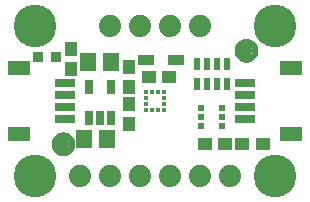
<source format=gbr>
G04 EAGLE Gerber RS-274X export*
G75*
%MOMM*%
%FSLAX34Y34*%
%LPD*%
%INSoldermask Top*%
%IPPOS*%
%AMOC8*
5,1,8,0,0,1.08239X$1,22.5*%
G01*
%ADD10R,1.341600X1.601600*%
%ADD11R,0.651600X1.301600*%
%ADD12R,1.101600X1.176600*%
%ADD13R,0.551600X1.001600*%
%ADD14R,0.601600X0.601600*%
%ADD15R,0.601600X0.501600*%
%ADD16C,3.617600*%
%ADD17R,1.651600X0.701600*%
%ADD18R,1.901600X1.301600*%
%ADD19C,1.101600*%
%ADD20C,0.500000*%
%ADD21R,0.901600X0.901600*%
%ADD22R,1.451600X0.901600*%
%ADD23R,1.176600X1.101600*%
%ADD24C,1.879600*%
%ADD25R,0.351600X0.376600*%
%ADD26R,0.376600X0.351600*%


D10*
X67208Y56896D03*
X86208Y56896D03*
D11*
X71018Y74629D03*
X80518Y74629D03*
X90018Y74629D03*
X90018Y100631D03*
X71018Y100631D03*
D10*
X70510Y121920D03*
X89510Y121920D03*
D12*
X105410Y85970D03*
X105410Y68970D03*
D13*
X188260Y103260D03*
X188260Y120260D03*
X179260Y103260D03*
X171260Y103260D03*
X162260Y103260D03*
X162260Y120260D03*
X179260Y120260D03*
X171260Y120260D03*
D14*
X183752Y67938D03*
D15*
X183752Y75438D03*
D14*
X183752Y82938D03*
X165752Y82938D03*
D15*
X165752Y75438D03*
D14*
X165752Y67938D03*
D16*
X25400Y152400D03*
X228600Y152400D03*
D17*
X203460Y83900D03*
X203460Y93900D03*
X203460Y73900D03*
X203460Y103900D03*
D18*
X242460Y60900D03*
X242460Y116900D03*
D17*
X50540Y93900D03*
X50540Y83900D03*
X50540Y103900D03*
X50540Y73900D03*
D18*
X11540Y116900D03*
X11540Y60900D03*
D19*
X49530Y52070D03*
D20*
X49530Y59570D02*
X49349Y59568D01*
X49168Y59561D01*
X48987Y59550D01*
X48806Y59535D01*
X48626Y59515D01*
X48446Y59491D01*
X48267Y59463D01*
X48089Y59430D01*
X47912Y59393D01*
X47735Y59352D01*
X47560Y59307D01*
X47385Y59257D01*
X47212Y59203D01*
X47041Y59145D01*
X46870Y59083D01*
X46702Y59016D01*
X46535Y58946D01*
X46369Y58872D01*
X46206Y58793D01*
X46045Y58711D01*
X45885Y58625D01*
X45728Y58535D01*
X45573Y58441D01*
X45420Y58344D01*
X45270Y58242D01*
X45122Y58138D01*
X44976Y58029D01*
X44834Y57918D01*
X44694Y57802D01*
X44557Y57684D01*
X44422Y57562D01*
X44291Y57437D01*
X44163Y57309D01*
X44038Y57178D01*
X43916Y57043D01*
X43798Y56906D01*
X43682Y56766D01*
X43571Y56624D01*
X43462Y56478D01*
X43358Y56330D01*
X43256Y56180D01*
X43159Y56027D01*
X43065Y55872D01*
X42975Y55715D01*
X42889Y55555D01*
X42807Y55394D01*
X42728Y55231D01*
X42654Y55065D01*
X42584Y54898D01*
X42517Y54730D01*
X42455Y54559D01*
X42397Y54388D01*
X42343Y54215D01*
X42293Y54040D01*
X42248Y53865D01*
X42207Y53688D01*
X42170Y53511D01*
X42137Y53333D01*
X42109Y53154D01*
X42085Y52974D01*
X42065Y52794D01*
X42050Y52613D01*
X42039Y52432D01*
X42032Y52251D01*
X42030Y52070D01*
X49530Y59570D02*
X49711Y59568D01*
X49892Y59561D01*
X50073Y59550D01*
X50254Y59535D01*
X50434Y59515D01*
X50614Y59491D01*
X50793Y59463D01*
X50971Y59430D01*
X51148Y59393D01*
X51325Y59352D01*
X51500Y59307D01*
X51675Y59257D01*
X51848Y59203D01*
X52019Y59145D01*
X52190Y59083D01*
X52358Y59016D01*
X52525Y58946D01*
X52691Y58872D01*
X52854Y58793D01*
X53015Y58711D01*
X53175Y58625D01*
X53332Y58535D01*
X53487Y58441D01*
X53640Y58344D01*
X53790Y58242D01*
X53938Y58138D01*
X54084Y58029D01*
X54226Y57918D01*
X54366Y57802D01*
X54503Y57684D01*
X54638Y57562D01*
X54769Y57437D01*
X54897Y57309D01*
X55022Y57178D01*
X55144Y57043D01*
X55262Y56906D01*
X55378Y56766D01*
X55489Y56624D01*
X55598Y56478D01*
X55702Y56330D01*
X55804Y56180D01*
X55901Y56027D01*
X55995Y55872D01*
X56085Y55715D01*
X56171Y55555D01*
X56253Y55394D01*
X56332Y55231D01*
X56406Y55065D01*
X56476Y54898D01*
X56543Y54730D01*
X56605Y54559D01*
X56663Y54388D01*
X56717Y54215D01*
X56767Y54040D01*
X56812Y53865D01*
X56853Y53688D01*
X56890Y53511D01*
X56923Y53333D01*
X56951Y53154D01*
X56975Y52974D01*
X56995Y52794D01*
X57010Y52613D01*
X57021Y52432D01*
X57028Y52251D01*
X57030Y52070D01*
X57028Y51889D01*
X57021Y51708D01*
X57010Y51527D01*
X56995Y51346D01*
X56975Y51166D01*
X56951Y50986D01*
X56923Y50807D01*
X56890Y50629D01*
X56853Y50452D01*
X56812Y50275D01*
X56767Y50100D01*
X56717Y49925D01*
X56663Y49752D01*
X56605Y49581D01*
X56543Y49410D01*
X56476Y49242D01*
X56406Y49075D01*
X56332Y48909D01*
X56253Y48746D01*
X56171Y48585D01*
X56085Y48425D01*
X55995Y48268D01*
X55901Y48113D01*
X55804Y47960D01*
X55702Y47810D01*
X55598Y47662D01*
X55489Y47516D01*
X55378Y47374D01*
X55262Y47234D01*
X55144Y47097D01*
X55022Y46962D01*
X54897Y46831D01*
X54769Y46703D01*
X54638Y46578D01*
X54503Y46456D01*
X54366Y46338D01*
X54226Y46222D01*
X54084Y46111D01*
X53938Y46002D01*
X53790Y45898D01*
X53640Y45796D01*
X53487Y45699D01*
X53332Y45605D01*
X53175Y45515D01*
X53015Y45429D01*
X52854Y45347D01*
X52691Y45268D01*
X52525Y45194D01*
X52358Y45124D01*
X52190Y45057D01*
X52019Y44995D01*
X51848Y44937D01*
X51675Y44883D01*
X51500Y44833D01*
X51325Y44788D01*
X51148Y44747D01*
X50971Y44710D01*
X50793Y44677D01*
X50614Y44649D01*
X50434Y44625D01*
X50254Y44605D01*
X50073Y44590D01*
X49892Y44579D01*
X49711Y44572D01*
X49530Y44570D01*
X49349Y44572D01*
X49168Y44579D01*
X48987Y44590D01*
X48806Y44605D01*
X48626Y44625D01*
X48446Y44649D01*
X48267Y44677D01*
X48089Y44710D01*
X47912Y44747D01*
X47735Y44788D01*
X47560Y44833D01*
X47385Y44883D01*
X47212Y44937D01*
X47041Y44995D01*
X46870Y45057D01*
X46702Y45124D01*
X46535Y45194D01*
X46369Y45268D01*
X46206Y45347D01*
X46045Y45429D01*
X45885Y45515D01*
X45728Y45605D01*
X45573Y45699D01*
X45420Y45796D01*
X45270Y45898D01*
X45122Y46002D01*
X44976Y46111D01*
X44834Y46222D01*
X44694Y46338D01*
X44557Y46456D01*
X44422Y46578D01*
X44291Y46703D01*
X44163Y46831D01*
X44038Y46962D01*
X43916Y47097D01*
X43798Y47234D01*
X43682Y47374D01*
X43571Y47516D01*
X43462Y47662D01*
X43358Y47810D01*
X43256Y47960D01*
X43159Y48113D01*
X43065Y48268D01*
X42975Y48425D01*
X42889Y48585D01*
X42807Y48746D01*
X42728Y48909D01*
X42654Y49075D01*
X42584Y49242D01*
X42517Y49410D01*
X42455Y49581D01*
X42397Y49752D01*
X42343Y49925D01*
X42293Y50100D01*
X42248Y50275D01*
X42207Y50452D01*
X42170Y50629D01*
X42137Y50807D01*
X42109Y50986D01*
X42085Y51166D01*
X42065Y51346D01*
X42050Y51527D01*
X42039Y51708D01*
X42032Y51889D01*
X42030Y52070D01*
D19*
X204470Y131191D03*
D20*
X204470Y138691D02*
X204289Y138689D01*
X204108Y138682D01*
X203927Y138671D01*
X203746Y138656D01*
X203566Y138636D01*
X203386Y138612D01*
X203207Y138584D01*
X203029Y138551D01*
X202852Y138514D01*
X202675Y138473D01*
X202500Y138428D01*
X202325Y138378D01*
X202152Y138324D01*
X201981Y138266D01*
X201810Y138204D01*
X201642Y138137D01*
X201475Y138067D01*
X201309Y137993D01*
X201146Y137914D01*
X200985Y137832D01*
X200825Y137746D01*
X200668Y137656D01*
X200513Y137562D01*
X200360Y137465D01*
X200210Y137363D01*
X200062Y137259D01*
X199916Y137150D01*
X199774Y137039D01*
X199634Y136923D01*
X199497Y136805D01*
X199362Y136683D01*
X199231Y136558D01*
X199103Y136430D01*
X198978Y136299D01*
X198856Y136164D01*
X198738Y136027D01*
X198622Y135887D01*
X198511Y135745D01*
X198402Y135599D01*
X198298Y135451D01*
X198196Y135301D01*
X198099Y135148D01*
X198005Y134993D01*
X197915Y134836D01*
X197829Y134676D01*
X197747Y134515D01*
X197668Y134352D01*
X197594Y134186D01*
X197524Y134019D01*
X197457Y133851D01*
X197395Y133680D01*
X197337Y133509D01*
X197283Y133336D01*
X197233Y133161D01*
X197188Y132986D01*
X197147Y132809D01*
X197110Y132632D01*
X197077Y132454D01*
X197049Y132275D01*
X197025Y132095D01*
X197005Y131915D01*
X196990Y131734D01*
X196979Y131553D01*
X196972Y131372D01*
X196970Y131191D01*
X204470Y138691D02*
X204651Y138689D01*
X204832Y138682D01*
X205013Y138671D01*
X205194Y138656D01*
X205374Y138636D01*
X205554Y138612D01*
X205733Y138584D01*
X205911Y138551D01*
X206088Y138514D01*
X206265Y138473D01*
X206440Y138428D01*
X206615Y138378D01*
X206788Y138324D01*
X206959Y138266D01*
X207130Y138204D01*
X207298Y138137D01*
X207465Y138067D01*
X207631Y137993D01*
X207794Y137914D01*
X207955Y137832D01*
X208115Y137746D01*
X208272Y137656D01*
X208427Y137562D01*
X208580Y137465D01*
X208730Y137363D01*
X208878Y137259D01*
X209024Y137150D01*
X209166Y137039D01*
X209306Y136923D01*
X209443Y136805D01*
X209578Y136683D01*
X209709Y136558D01*
X209837Y136430D01*
X209962Y136299D01*
X210084Y136164D01*
X210202Y136027D01*
X210318Y135887D01*
X210429Y135745D01*
X210538Y135599D01*
X210642Y135451D01*
X210744Y135301D01*
X210841Y135148D01*
X210935Y134993D01*
X211025Y134836D01*
X211111Y134676D01*
X211193Y134515D01*
X211272Y134352D01*
X211346Y134186D01*
X211416Y134019D01*
X211483Y133851D01*
X211545Y133680D01*
X211603Y133509D01*
X211657Y133336D01*
X211707Y133161D01*
X211752Y132986D01*
X211793Y132809D01*
X211830Y132632D01*
X211863Y132454D01*
X211891Y132275D01*
X211915Y132095D01*
X211935Y131915D01*
X211950Y131734D01*
X211961Y131553D01*
X211968Y131372D01*
X211970Y131191D01*
X211968Y131010D01*
X211961Y130829D01*
X211950Y130648D01*
X211935Y130467D01*
X211915Y130287D01*
X211891Y130107D01*
X211863Y129928D01*
X211830Y129750D01*
X211793Y129573D01*
X211752Y129396D01*
X211707Y129221D01*
X211657Y129046D01*
X211603Y128873D01*
X211545Y128702D01*
X211483Y128531D01*
X211416Y128363D01*
X211346Y128196D01*
X211272Y128030D01*
X211193Y127867D01*
X211111Y127706D01*
X211025Y127546D01*
X210935Y127389D01*
X210841Y127234D01*
X210744Y127081D01*
X210642Y126931D01*
X210538Y126783D01*
X210429Y126637D01*
X210318Y126495D01*
X210202Y126355D01*
X210084Y126218D01*
X209962Y126083D01*
X209837Y125952D01*
X209709Y125824D01*
X209578Y125699D01*
X209443Y125577D01*
X209306Y125459D01*
X209166Y125343D01*
X209024Y125232D01*
X208878Y125123D01*
X208730Y125019D01*
X208580Y124917D01*
X208427Y124820D01*
X208272Y124726D01*
X208115Y124636D01*
X207955Y124550D01*
X207794Y124468D01*
X207631Y124389D01*
X207465Y124315D01*
X207298Y124245D01*
X207130Y124178D01*
X206959Y124116D01*
X206788Y124058D01*
X206615Y124004D01*
X206440Y123954D01*
X206265Y123909D01*
X206088Y123868D01*
X205911Y123831D01*
X205733Y123798D01*
X205554Y123770D01*
X205374Y123746D01*
X205194Y123726D01*
X205013Y123711D01*
X204832Y123700D01*
X204651Y123693D01*
X204470Y123691D01*
X204289Y123693D01*
X204108Y123700D01*
X203927Y123711D01*
X203746Y123726D01*
X203566Y123746D01*
X203386Y123770D01*
X203207Y123798D01*
X203029Y123831D01*
X202852Y123868D01*
X202675Y123909D01*
X202500Y123954D01*
X202325Y124004D01*
X202152Y124058D01*
X201981Y124116D01*
X201810Y124178D01*
X201642Y124245D01*
X201475Y124315D01*
X201309Y124389D01*
X201146Y124468D01*
X200985Y124550D01*
X200825Y124636D01*
X200668Y124726D01*
X200513Y124820D01*
X200360Y124917D01*
X200210Y125019D01*
X200062Y125123D01*
X199916Y125232D01*
X199774Y125343D01*
X199634Y125459D01*
X199497Y125577D01*
X199362Y125699D01*
X199231Y125824D01*
X199103Y125952D01*
X198978Y126083D01*
X198856Y126218D01*
X198738Y126355D01*
X198622Y126495D01*
X198511Y126637D01*
X198402Y126783D01*
X198298Y126931D01*
X198196Y127081D01*
X198099Y127234D01*
X198005Y127389D01*
X197915Y127546D01*
X197829Y127706D01*
X197747Y127867D01*
X197668Y128030D01*
X197594Y128196D01*
X197524Y128363D01*
X197457Y128531D01*
X197395Y128702D01*
X197337Y128873D01*
X197283Y129046D01*
X197233Y129221D01*
X197188Y129396D01*
X197147Y129573D01*
X197110Y129750D01*
X197077Y129928D01*
X197049Y130107D01*
X197025Y130287D01*
X197005Y130467D01*
X196990Y130648D01*
X196979Y130829D01*
X196972Y131010D01*
X196970Y131191D01*
D16*
X25400Y25400D03*
X228600Y25400D03*
D21*
X28060Y125730D03*
X43060Y125730D03*
D12*
X55880Y132960D03*
X55880Y115960D03*
X105156Y100466D03*
X105156Y117466D03*
D22*
X144780Y123190D03*
X119380Y123190D03*
D23*
X121548Y109474D03*
X138548Y109474D03*
X201050Y52705D03*
X218050Y52705D03*
D24*
X63500Y25400D03*
X88900Y25400D03*
X114300Y25400D03*
X139700Y25400D03*
X165100Y25400D03*
X190500Y25400D03*
D25*
X134500Y96400D03*
X129500Y96400D03*
X124500Y96400D03*
X119500Y96400D03*
D26*
X119500Y91400D03*
X119500Y86400D03*
D25*
X119500Y81400D03*
X124500Y81400D03*
X129500Y81400D03*
X134500Y81400D03*
D26*
X134500Y86400D03*
X134500Y91400D03*
D24*
X88900Y152400D03*
X114300Y152400D03*
X139700Y152400D03*
X165100Y152400D03*
D23*
X169300Y52705D03*
X186300Y52705D03*
M02*

</source>
